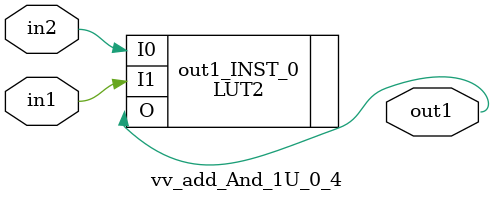
<source format=v>
`timescale 1 ps / 1 ps

(* STRUCTURAL_NETLIST = "yes" *)
module vv_add_And_1U_0_4
   (in2,
    in1,
    out1);
  input in2;
  input in1;
  output out1;

  wire in1;
  wire in2;
  wire out1;

LUT2 #(
    .INIT(4'h8)) 
     out1_INST_0
       (.I0(in2),
        .I1(in1),
        .O(out1));
endmodule


</source>
